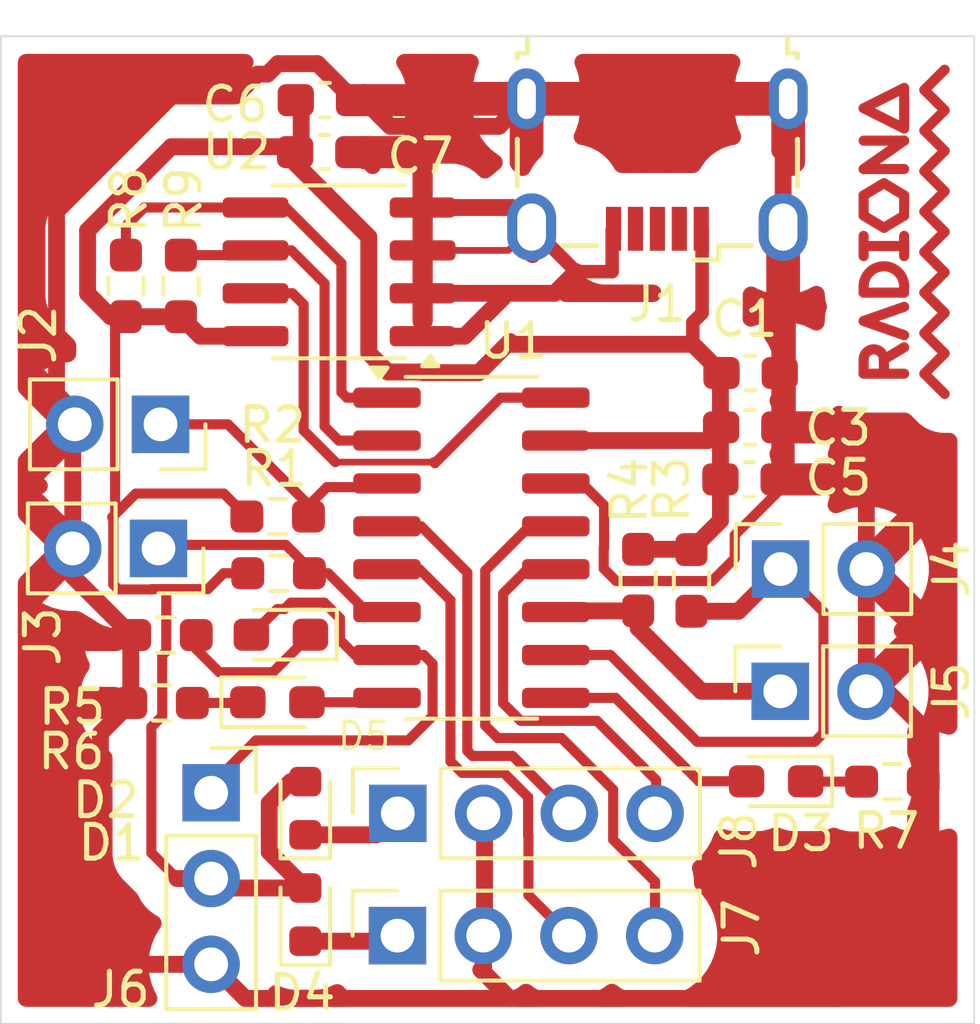
<source format=kicad_pcb>
(kicad_pcb (version 20241229) (generator "pcbnew") (generator_version "9.0")
  (layers (0 "F.Cu" signal) (2 "B.Cu" signal) (13 "F.Paste" user) (15 "B.Paste" user) (5 "F.SilkS" user "F.Silkscreen") (7 "B.SilkS" user "B.Silkscreen") (1 "F.Mask" user) (3 "B.Mask" user) (25 "Edge.Cuts" user))
  (net 0 "")
  (net 1 "VCC")
  (net 2 "GND")
  (net 3 "Net-(D1-K)")
  (net 4 "/SWDIO")
  (net 5 "Net-(D2-A)")
  (net 6 "Net-(D2-K)")
  (net 7 "Net-(D3-A)")
  (net 8 "Net-(D3-K)")
  (net 9 "Net-(D4-K)")
  (net 10 "Net-(D5-K)")
  (net 14 "/BTN1")
  (net 15 "/BTN2")
  (net 16 "/BTN3")
  (net 17 "/BTN4")
  (net 18 "/A1")
  (net 19 "/PWM1")
  (net 20 "/A2")
  (net 21 "/PWM2")
  (net 22 "/SDA")
  (net 23 "/SCL")
  (net 24 "/WC")
  (footprint "radiona:radiona" (layer "F.Cu") (at 163.63 102.97 90)
    (property "Reference" "radiona" (hide yes))
    (property "Value" "radiona" (hide yes))
    (fp_line (start 3.66 -0.2) (end 4.26 1) (stroke (width 0.3)) (layer "F.Cu"))
    (fp_line (start 1.86 -0.2) (end 2.7 1) (stroke (width 0.3)) (layer "F.Cu"))
    (fp_line (start 1.08 -0.2) (end 0.48 -0.2) (stroke (width 0.3)) (layer "F.Cu"))
    (fp_line (start 1.08 -0.2) (end 1.44 0.4) (stroke (width 0.3)) (layer "F.Cu"))
    (fp_line (start -0.42 -0.2) (end -0.42 1) (stroke (width 0.3)) (layer "F.Cu"))
    (fp_line (start -0.72 -0.2) (end -0.12 -0.2) (stroke (width 0.3)) (layer "F.Cu"))
    (fp_line (start -1.8 -0.2) (end -1.62 -0.2) (stroke (width 0.3)) (layer "F.Cu"))
    (fp_line (start -2.64 -0.2) (end -2.22 1) (stroke (width 0.3)) (layer "F.Cu"))
    (fp_line (start -4.2 -0.2) (end -3.78 -0.2) (stroke (width 0.3)) (layer "F.Cu"))
    (fp_line (start 1.44 0.4) (end 1.08 1) (stroke (width 0.3)) (layer "F.Cu"))
    (fp_line (start 0.12 0.4) (end 0.48 -0.2) (stroke (width 0.3)) (layer "F.Cu"))
    (fp_line (start -3.78 0.4) (end -3.42 1) (stroke (width 0.3)) (layer "F.Cu"))
    (fp_line (start -4.2 0.4) (end -3.78 0.4) (stroke (width 0.3)) (layer "F.Cu"))
    (fp_line (start 4.26 1) (end 3.06 1) (stroke (width 0.3)) (layer "F.Cu"))
    (fp_line (start 3.06 1) (end 3.66 -0.2) (stroke (width 0.3)) (layer "F.Cu"))
    (fp_line (start 2.7 1) (end 2.7 -0.2) (stroke (width 0.3)) (layer "F.Cu"))
    (fp_line (start 1.86 1) (end 1.86 -0.2) (stroke (width 0.3)) (layer "F.Cu"))
    (fp_line (start 0.48 1) (end 0.12 0.4) (stroke (width 0.3)) (layer "F.Cu"))
    (fp_line (start 0.48 1) (end 1.08 1) (stroke (width 0.3)) (layer "F.Cu"))
    (fp_line (start -0.72 1) (end -0.12 1) (stroke (width 0.3)) (layer "F.Cu"))
    (fp_line (start -1.8 1) (end -1.8 -0.2) (stroke (width 0.3)) (layer "F.Cu"))
    (fp_line (start -1.8 1) (end -1.62 1) (stroke (width 0.3)) (layer "F.Cu"))
    (fp_line (start -3.06 1) (end -2.64 -0.2) (stroke (width 0.3)) (layer "F.Cu"))
    (fp_line (start -4.2 1) (end -4.2 -0.2) (stroke (width 0.3)) (layer "F.Cu"))
    (fp_line (start 4.2 1.6) (end 4.8 2.2) (stroke (width 0.3)) (layer "F.Cu"))
    (fp_line (start 3 1.6) (end 3.6 2.2) (stroke (width 0.3)) (layer "F.Cu"))
    (fp_line (start 1.8 1.6) (end 2.4 2.2) (stroke (width 0.3)) (layer "F.Cu"))
    (fp_line (start 0.6 1.6) (end 1.2 2.2) (stroke (width 0.3)) (layer "F.Cu"))
    (fp_line (start -0.6 1.6) (end 0 2.2) (stroke (width 0.3)) (layer "F.Cu"))
    (fp_line (start -1.8 1.6) (end -1.2 2.2) (stroke (width 0.3)) (layer "F.Cu"))
    (fp_line (start -3 1.6) (end -2.4 2.2) (stroke (width 0.3)) (layer "F.Cu"))
    (fp_line (start -4.2 1.6) (end -3.6 2.2) (stroke (width 0.3)) (layer "F.Cu"))
    (fp_line (start 3.6 2.2) (end 4.2 1.6) (stroke (width 0.3)) (layer "F.Cu"))
    (fp_line (start 2.4 2.2) (end 3 1.6) (stroke (width 0.3)) (layer "F.Cu"))
    (fp_line (start 1.2 2.2) (end 1.8 1.6) (stroke (width 0.3)) (layer "F.Cu"))
    (fp_line (start 0 2.2) (end 0.6 1.6) (stroke (width 0.3)) (layer "F.Cu"))
    (fp_line (start -1.2 2.2) (end -0.6 1.6) (stroke (width 0.3)) (layer "F.Cu"))
    (fp_line (start -2.4 2.2) (end -1.8 1.6) (stroke (width 0.3)) (layer "F.Cu"))
    (fp_line (start -3.6 2.2) (end -3 1.6) (stroke (width 0.3)) (layer "F.Cu"))
    (fp_line (start -4.8 2.2) (end -4.2 1.6) (stroke (width 0.3)) (layer "F.Cu"))
    (fp_arc (start -1.62 -0.2) (mid -1.02 0.4) (end -1.62 1) (stroke (width 0.3)) (layer "F.Cu"))
    (fp_arc (start -3.78 -0.2) (mid -3.48 0.1) (end -3.78 0.4) (stroke (width 0.3)) (layer "F.Cu"))
  )
  (footprint "Capacitor_SMD:C_0603_1608Metric_Pad1.08x0.95mm_HandSolder" (layer "F.Cu") (at 147.47 99.07)
    (property "Reference" "C6" (at -2.65 0.13 0) (layer "F.SilkS"))
    (property "Value" "100n" (hide yes))
    (pad "1" smd roundrect (at -0.8625 0) (size 1.075 0.95) (layers "F.Cu" "F.Mask" "F.Paste") (net 1 "VCC"))
    (pad "2" smd roundrect (at 0.8625 0) (size 1.075 0.95) (layers "F.Cu" "F.Mask" "F.Paste") (net 2 "GND"))
  )
  (footprint "LED_SMD:LED_0603_1608Metric_Pad1.05x0.95mm_HandSolder" (layer "F.Cu") (at 146.165 114.9 180)
    (property "Reference" "D1" (at 5.015 -6.16 0) (layer "F.SilkS"))
    (property "Value" "LED" (hide yes))
    (pad "1" smd roundrect (at -0.875 0 180) (size 1.05 0.95) (layers "F.Cu" "F.Mask" "F.Paste") (net 3 "Net-(D1-K)"))
    (pad "2" smd roundrect (at 0.875 0 180) (size 1.05 0.95) (layers "F.Cu" "F.Mask" "F.Paste") (net 4 "/SWDIO"))
  )
  (footprint "Connector_PinSocket_2.54mm:PinSocket_1x03_P2.54mm_Vertical" (layer "F.Cu") (at 144.1 119.58)
    (property "Reference" "J6" (at -2.68 5.83 0) (layer "F.SilkS"))
    (property "Value" "SWDIO" (hide yes))
    (pad "1" thru_hole rect (at 0 0) (size 1.7 1.7) (drill 1) (layers "*.Cu" "*.Mask") (net 4 "/SWDIO"))
    (pad "2" thru_hole circle (at 0 2.54) (size 1.7 1.7) (drill 1) (layers "*.Cu" "*.Mask") (net 1 "VCC"))
    (pad "3" thru_hole circle (at 0 5.08) (size 1.7 1.7) (drill 1) (layers "*.Cu" "*.Mask") (net 2 "GND"))
  )
  (footprint "Resistor_SMD:R_0603_1608Metric_Pad0.98x0.95mm_HandSolder" (layer "F.Cu") (at 156.75 113.2825 -90)
    (property "Reference" "R4" (at -2.6525 0.26 90) (layer "F.SilkS"))
    (property "Value" "10K" (hide yes))
    (pad "1" smd roundrect (at -0.9125 0 270) (size 0.975 0.95) (layers "F.Cu" "F.Mask" "F.Paste") (net 1 "VCC"))
    (pad "2" smd roundrect (at 0.9125 0 270) (size 0.975 0.95) (layers "F.Cu" "F.Mask" "F.Paste") (net 17 "/BTN4"))
  )
  (footprint "Capacitor_SMD:C_0603_1608Metric_Pad1.08x0.95mm_HandSolder" (layer "F.Cu") (at 160.05 110.3)
    (property "Reference" "C5" (at 2.63 -0.05 0) (layer "F.SilkS"))
    (property "Value" "10u" (hide yes))
    (pad "1" smd roundrect (at -0.8625 0) (size 1.075 0.95) (layers "F.Cu" "F.Mask" "F.Paste") (net 1 "VCC"))
    (pad "2" smd roundrect (at 0.8625 0) (size 1.075 0.95) (layers "F.Cu" "F.Mask" "F.Paste") (net 2 "GND"))
  )
  (footprint "Resistor_SMD:R_0603_1608Metric_Pad0.98x0.95mm_HandSolder" (layer "F.Cu") (at 143.205 104.5725 90)
    (property "Reference" "R9" (at 2.5425 0.085 90) (layer "F.SilkS"))
    (property "Value" "10K" (hide yes))
    (pad "1" smd roundrect (at -0.9125 0 90) (size 0.975 0.95) (layers "F.Cu" "F.Mask" "F.Paste") (net 1 "VCC"))
    (pad "2" smd roundrect (at 0.9125 0 90) (size 0.975 0.95) (layers "F.Cu" "F.Mask" "F.Paste") (net 23 "/SCL"))
  )
  (footprint "Capacitor_SMD:C_0603_1608Metric_Pad1.08x0.95mm_HandSolder" (layer "F.Cu") (at 160.0825 107.15)
    (property "Reference" "C1" (at -0.1825 -1.6 0) (layer "F.SilkS"))
    (property "Value" "100n" (hide yes))
    (pad "1" smd roundrect (at -0.8625 0) (size 1.075 0.95) (layers "F.Cu" "F.Mask" "F.Paste") (net 1 "VCC"))
    (pad "2" smd roundrect (at 0.8625 0) (size 1.075 0.95) (layers "F.Cu" "F.Mask" "F.Paste") (net 2 "GND"))
  )
  (footprint "Connector_PinSocket_2.54mm:PinSocket_1x04_P2.54mm_Vertical" (layer "F.Cu") (at 149.62 123.81 90)
    (property "Reference" "J7" (at 0.23 10.19 90) (layer "F.SilkS"))
    (property "Value" "SERVO1" (hide yes))
    (pad "1" thru_hole rect (at 0 0 90) (size 1.7 1.7) (drill 1) (layers "*.Cu" "*.Mask") (net 9 "Net-(D4-K)"))
    (pad "2" thru_hole circle (at 0 2.54 90) (size 1.7 1.7) (drill 1) (layers "*.Cu" "*.Mask") (net 2 "GND"))
    (pad "3" thru_hole circle (at 0 5.08 90) (size 1.7 1.7) (drill 1) (layers "*.Cu" "*.Mask") (net 19 "/PWM1"))
    (pad "4" thru_hole circle (at 0 7.62 90) (size 1.7 1.7) (drill 1) (layers "*.Cu" "*.Mask") (net 18 "/A1"))
  )
  (footprint "Connector_PinSocket_2.54mm:PinSocket_1x02_P2.54mm_Vertical" (layer "F.Cu") (at 160.96 116.575 90)
    (property "Reference" "J5" (at 0 5.07 90) (layer "F.SilkS"))
    (property "Value" "BTN4" (hide yes))
    (pad "1" thru_hole rect (at 0 0 90) (size 1.7 1.7) (drill 1) (layers "*.Cu" "*.Mask") (net 17 "/BTN4"))
    (pad "2" thru_hole circle (at 0 2.54 90) (size 1.7 1.7) (drill 1) (layers "*.Cu" "*.Mask") (net 2 "GND"))
  )
  (footprint "Resistor_SMD:R_0603_1608Metric_Pad0.98x0.95mm_HandSolder" (layer "F.Cu") (at 164.2825 119.25)
    (property "Reference" "R7" (at -0.1825 1.46 0) (layer "F.SilkS"))
    (property "Value" "200" (hide yes))
    (pad "1" smd roundrect (at -0.9125 0) (size 0.975 0.95) (layers "F.Cu" "F.Mask" "F.Paste") (net 8 "Net-(D3-K)"))
    (pad "2" smd roundrect (at 0.9125 0) (size 0.975 0.95) (layers "F.Cu" "F.Mask" "F.Paste") (net 2 "GND"))
  )
  (footprint "Connector_PinSocket_2.54mm:PinSocket_1x02_P2.54mm_Vertical" (layer "F.Cu") (at 142.54 112.345 -90)
    (property "Reference" "J3" (at 2.605 3.43 90) (layer "F.SilkS"))
    (property "Value" "BTN2" (hide yes))
    (pad "1" thru_hole rect (at 0 0 270) (size 1.7 1.7) (drill 1) (layers "*.Cu" "*.Mask") (net 15 "/BTN2"))
    (pad "2" thru_hole circle (at 0 2.54 270) (size 1.7 1.7) (drill 1) (layers "*.Cu" "*.Mask") (net 2 "GND"))
  )
  (footprint "Resistor_SMD:R_0603_1608Metric_Pad0.98x0.95mm_HandSolder" (layer "F.Cu") (at 142.63 116.92 180)
    (property "Reference" "R6" (at 2.67 -1.44 0) (layer "F.SilkS"))
    (property "Value" "200" (hide yes))
    (pad "1" smd roundrect (at -0.9125 0 180) (size 0.975 0.95) (layers "F.Cu" "F.Mask" "F.Paste") (net 6 "Net-(D2-K)"))
    (pad "2" smd roundrect (at 0.9125 0 180) (size 0.975 0.95) (layers "F.Cu" "F.Mask" "F.Paste") (net 2 "GND"))
  )
  (footprint "Connector_PinSocket_2.54mm:PinSocket_1x02_P2.54mm_Vertical" (layer "F.Cu") (at 142.6 108.67 -90)
    (property "Reference" "J2" (at -2.65 3.62 90) (layer "F.SilkS"))
    (property "Value" "BTN1" (hide yes))
    (pad "1" thru_hole rect (at 0 0 270) (size 1.7 1.7) (drill 1) (layers "*.Cu" "*.Mask") (net 14 "/BTN1"))
    (pad "2" thru_hole circle (at 0 2.54 270) (size 1.7 1.7) (drill 1) (layers "*.Cu" "*.Mask") (net 2 "GND"))
  )
  (footprint "Resistor_SMD:R_0603_1608Metric_Pad0.98x0.95mm_HandSolder" (layer "F.Cu") (at 146.0975 113.08)
    (property "Reference" "R1" (at -0.1275 -3.09 0) (layer "F.SilkS"))
    (property "Value" "10K" (hide yes))
    (pad "1" smd roundrect (at -0.9125 0) (size 0.975 0.95) (layers "F.Cu" "F.Mask" "F.Paste") (net 1 "VCC"))
    (pad "2" smd roundrect (at 0.9125 0) (size 0.975 0.95) (layers "F.Cu" "F.Mask" "F.Paste") (net 15 "/BTN2"))
  )
  (footprint "LED_SMD:LED_0603_1608Metric_Pad1.05x0.95mm_HandSolder" (layer "F.Cu") (at 146.0625 116.9)
    (property "Reference" "D2" (at -5.0825 2.9 0) (layer "F.SilkS"))
    (property "Value" "LED" (hide yes))
    (pad "1" smd roundrect (at -0.875 0) (size 1.05 0.95) (layers "F.Cu" "F.Mask" "F.Paste") (net 6 "Net-(D2-K)"))
    (pad "2" smd roundrect (at 0.875 0) (size 1.05 0.95) (layers "F.Cu" "F.Mask" "F.Paste") (net 5 "Net-(D2-A)"))
  )
  (footprint "Resistor_SMD:R_0603_1608Metric_Pad0.98x0.95mm_HandSolder" (layer "F.Cu") (at 158.33 113.2925 -90)
    (property "Reference" "R3" (at -2.6925 0.59 90) (layer "F.SilkS"))
    (property "Value" "10K" (hide yes))
    (pad "1" smd roundrect (at -0.9125 0 270) (size 0.975 0.95) (layers "F.Cu" "F.Mask" "F.Paste") (net 1 "VCC"))
    (pad "2" smd roundrect (at 0.9125 0 270) (size 0.975 0.95) (layers "F.Cu" "F.Mask" "F.Paste") (net 16 "/BTN3"))
  )
  (footprint "Resistor_SMD:R_0603_1608Metric_Pad0.98x0.95mm_HandSolder" (layer "F.Cu") (at 142.7475 114.91 180)
    (property "Reference" "R5" (at 2.7675 -2.13 0) (layer "F.SilkS"))
    (property "Value" "200" (hide yes))
    (pad "1" smd roundrect (at -0.9125 0 180) (size 0.975 0.95) (layers "F.Cu" "F.Mask" "F.Paste") (net 3 "Net-(D1-K)"))
    (pad "2" smd roundrect (at 0.9125 0 180) (size 0.975 0.95) (layers "F.Cu" "F.Mask" "F.Paste") (net 2 "GND"))
  )
  (footprint "LED_SMD:LED_0603_1608Metric_Pad1.05x0.95mm_HandSolder" (layer "F.Cu") (at 160.8375 119.24 180)
    (property "Reference" "D3" (at -0.7325 -1.54 0) (layer "F.SilkS"))
    (property "Value" "LED" (hide yes))
    (pad "1" smd roundrect (at -0.875 0 180) (size 1.05 0.95) (layers "F.Cu" "F.Mask" "F.Paste") (net 8 "Net-(D3-K)"))
    (pad "2" smd roundrect (at 0.875 0 180) (size 1.05 0.95) (layers "F.Cu" "F.Mask" "F.Paste") (net 7 "Net-(D3-A)"))
  )
  (footprint "Resistor_SMD:R_0603_1608Metric_Pad0.98x0.95mm_HandSolder" (layer "F.Cu") (at 146.07 111.4)
    (property "Reference" "R2" (at -0.16 -2.71 0) (layer "F.SilkS"))
    (property "Value" "10K" (hide yes))
    (pad "1" smd roundrect (at -0.9125 0) (size 0.975 0.95) (layers "F.Cu" "F.Mask" "F.Paste") (net 1 "VCC"))
    (pad "2" smd roundrect (at 0.9125 0) (size 0.975 0.95) (layers "F.Cu" "F.Mask" "F.Paste") (net 14 "/BTN1"))
  )
  (footprint "Connector_PinSocket_2.54mm:PinSocket_1x02_P2.54mm_Vertical" (layer "F.Cu") (at 160.97 112.955 90)
    (property "Reference" "J4" (at 0 5.07 90) (layer "F.SilkS"))
    (property "Value" "BTN3" (hide yes))
    (pad "1" thru_hole rect (at 0 0 90) (size 1.7 1.7) (drill 1) (layers "*.Cu" "*.Mask") (net 16 "/BTN3"))
    (pad "2" thru_hole circle (at 0 2.54 90) (size 1.7 1.7) (drill 1) (layers "*.Cu" "*.Mask") (net 2 "GND"))
  )
  (footprint "Connector_USB:USB_Micro-B_Wuerth_629105150521" (layer "F.Cu") (at 157.32 100.98 180)
    (property "Reference" "J1" (at 0.005 -4.13 0) (layer "F.SilkS"))
    (property "Value" "USB_B_Micro" (hide yes))
    (pad "" np_thru_hole oval (at -2.5 -0.8 180) (size 0.8 0.8) (drill 0.8) (layers "*.Cu" "*.Mask"))
    (pad "" np_thru_hole oval (at 2.5 -0.8 180) (size 0.8 0.8) (drill 0.8) (layers "*.Cu" "*.Mask"))
    (pad "1" smd rect (at -1.3 -1.9 180) (size 0.45 1.3) (layers "F.Cu" "F.Mask" "F.Paste") (net 1 "VCC"))
    (pad "2" smd rect (at -0.65 -1.9 180) (size 0.45 1.3) (layers "F.Cu" "F.Mask" "F.Paste"))
    (pad "3" smd rect (at 0 -1.9 180) (size 0.45 1.3) (layers "F.Cu" "F.Mask" "F.Paste"))
    (pad "4" smd rect (at 0.65 -1.9 180) (size 0.45 1.3) (layers "F.Cu" "F.Mask" "F.Paste"))
    (pad "5" smd rect (at 1.3 -1.9 180) (size 0.45 1.3) (layers "F.Cu" "F.Mask" "F.Paste") (net 2 "GND"))
    (pad "6" thru_hole oval (at -3.875 1.95 180) (size 1.15 1.8) (drill oval 0.55 1.2) (property pad_prop_heatsink) (layers "*.Cu" "*.Mask") (net 2 "GND"))
    (pad "6" thru_hole oval (at -3.725 -1.85 180) (size 1.45 2) (drill oval 0.85 1.4) (property pad_prop_heatsink) (layers "*.Cu" "*.Mask") (net 2 "GND"))
    (pad "6" thru_hole oval (at 3.725 -1.85 180) (size 1.45 2) (drill oval 0.85 1.4) (property pad_prop_heatsink) (layers "*.Cu" "*.Mask") (net 2 "GND"))
    (pad "6" thru_hole oval (at 3.875 1.95 180) (size 1.15 1.8) (drill oval 0.55 1.2) (property pad_prop_heatsink) (layers "*.Cu" "*.Mask") (net 2 "GND"))
  )
  (footprint "Resistor_SMD:R_0603_1608Metric_Pad0.98x0.95mm_HandSolder" (layer "F.Cu") (at 141.575 104.57 90)
    (property "Reference" "R8" (at 2.54 0.085 90) (layer "F.SilkS"))
    (property "Value" "10K" (hide yes))
    (pad "1" smd roundrect (at -0.9125 0 90) (size 0.975 0.95) (layers "F.Cu" "F.Mask" "F.Paste") (net 1 "VCC"))
    (pad "2" smd roundrect (at 0.9125 0 90) (size 0.975 0.95) (layers "F.Cu" "F.Mask" "F.Paste") (net 22 "/SDA"))
  )
  (footprint "Capacitor_SMD:C_0603_1608Metric_Pad1.08x0.95mm_HandSolder" (layer "F.Cu") (at 160.07 108.76)
    (property "Reference" "C3" (at 2.6 0.01 0) (layer "F.SilkS"))
    (property "Value" "10nF" (hide yes))
    (pad "1" smd roundrect (at -0.8625 0) (size 1.075 0.95) (layers "F.Cu" "F.Mask" "F.Paste") (net 1 "VCC"))
    (pad "2" smd roundrect (at 0.8625 0) (size 1.075 0.95) (layers "F.Cu" "F.Mask" "F.Paste") (net 2 "GND"))
  )
  (footprint "Package_SO:SOIC-8_3.9x4.9mm_P1.27mm" (layer "F.Cu") (at 147.89 104.155 180)
    (property "Reference" "U2" (at 3.04 3.555 0) (layer "F.SilkS"))
    (property "Value" "M24C01-RMN" (hide yes))
    (pad "1" smd roundrect (at -2.475 -1.905 180) (size 1.95 0.6) (layers "F.Cu" "F.Mask" "F.Paste") (net 2 "GND"))
    (pad "2" smd roundrect (at -2.475 -0.635 180) (size 1.95 0.6) (layers "F.Cu" "F.Mask" "F.Paste") (net 2 "GND"))
    (pad "3" smd roundrect (at -2.475 0.635 180) (size 1.95 0.6) (layers "F.Cu" "F.Mask" "F.Paste") (net 2 "GND"))
    (pad "4" smd roundrect (at -2.475 1.905 180) (size 1.95 0.6) (layers "F.Cu" "F.Mask" "F.Paste") (net 2 "GND"))
    (pad "5" smd roundrect (at 2.475 1.905 180) (size 1.95 0.6) (layers "F.Cu" "F.Mask" "F.Paste") (net 22 "/SDA"))
    (pad "6" smd roundrect (at 2.475 0.635 180) (size 1.95 0.6) (layers "F.Cu" "F.Mask" "F.Paste") (net 23 "/SCL"))
    (pad "7" smd roundrect (at 2.475 -0.635 180) (size 1.95 0.6) (layers "F.Cu" "F.Mask" "F.Paste") (net 24 "/WC"))
    (pad "8" smd roundrect (at 2.475 -1.905 180) (size 1.95 0.6) (layers "F.Cu" "F.Mask" "F.Paste") (net 1 "VCC"))
  )
  (footprint "Diode_SMD:D_0603_1608Metric" (layer "F.Cu") (at 146.89 123.1875 90)
    (property "Reference" "D4" (at -2.3125 -0.09 180) (layer "F.SilkS"))
    (property "Value" "D_Shockley" (hide yes))
    (pad "1" smd roundrect (at -0.7875 0 90) (size 0.875 0.95) (layers "F.Cu" "F.Mask" "F.Paste") (net 9 "Net-(D4-K)"))
    (pad "2" smd roundrect (at 0.7875 0 90) (size 0.875 0.95) (layers "F.Cu" "F.Mask" "F.Paste") (net 1 "VCC"))
  )
  (footprint "Capacitor_SMD:C_0603_1608Metric_Pad1.08x0.95mm_HandSolder" (layer "F.Cu") (at 147.45 100.61)
    (property "Reference" "C7" (at 2.85 0.12 0) (layer "F.SilkS"))
    (property "Value" "10nF" (hide yes))
    (pad "1" smd roundrect (at -0.8625 0) (size 1.075 0.95) (layers "F.Cu" "F.Mask" "F.Paste") (net 1 "VCC"))
    (pad "2" smd roundrect (at 0.8625 0) (size 1.075 0.95) (layers "F.Cu" "F.Mask" "F.Paste") (net 2 "GND"))
  )
  (footprint "Connector_PinSocket_2.54mm:PinSocket_1x04_P2.54mm_Vertical" (layer "F.Cu") (at 149.63 120.19 90)
    (property "Reference" "J8" (at -0.81 10.1 90) (layer "F.SilkS"))
    (property "Value" "SERVO2" (hide yes))
    (pad "1" thru_hole rect (at 0 0 90) (size 1.7 1.7) (drill 1) (layers "*.Cu" "*.Mask") (net 10 "Net-(D5-K)"))
    (pad "2" thru_hole circle (at 0 2.54 90) (size 1.7 1.7) (drill 1) (layers "*.Cu" "*.Mask") (net 2 "GND"))
    (pad "3" thru_hole circle (at 0 5.08 90) (size 1.7 1.7) (drill 1) (layers "*.Cu" "*.Mask") (net 21 "/PWM2"))
    (pad "4" thru_hole circle (at 0 7.62 90) (size 1.7 1.7) (drill 1) (layers "*.Cu" "*.Mask") (net 20 "/A2"))
  )
  (footprint "Package_SO:SOP-16_3.9x9.9mm_P1.27mm" (layer "F.Cu") (at 151.81 112.325)
    (property "Reference" "U1" (at 1.23 -6.125 0) (layer "F.SilkS"))
    (property "Value" "CH32V003AxMx" (hide yes))
    (pad "1" smd roundrect (at -2.5 -4.445) (size 2 0.6) (layers "F.Cu" "F.Mask" "F.Paste") (net 22 "/SDA"))
    (pad "2" smd roundrect (at -2.5 -3.175) (size 2 0.6) (layers "F.Cu" "F.Mask" "F.Paste") (net 23 "/SCL"))
    (pad "3" smd roundrect (at -2.5 -1.905) (size 2 0.6) (layers "F.Cu" "F.Mask" "F.Paste") (net 14 "/BTN1"))
    (pad "4" smd roundrect (at -2.5 -0.635) (size 2 0.6) (layers "F.Cu" "F.Mask" "F.Paste") (net 21 "/PWM2"))
    (pad "5" smd roundrect (at -2.5 0.635) (size 2 0.6) (layers "F.Cu" "F.Mask" "F.Paste") (net 19 "/PWM1"))
    (pad "6" smd roundrect (at -2.5 1.905) (size 2 0.6) (layers "F.Cu" "F.Mask" "F.Paste") (net 15 "/BTN2"))
    (pad "7" smd roundrect (at -2.5 3.175) (size 2 0.6) (layers "F.Cu" "F.Mask" "F.Paste") (net 4 "/SWDIO"))
    (pad "8" smd roundrect (at -2.5 4.445) (size 2 0.6) (layers "F.Cu" "F.Mask" "F.Paste") (net 5 "Net-(D2-A)"))
    (pad "9" smd roundrect (at 2.5 4.445) (size 2 0.6) (layers "F.Cu" "F.Mask" "F.Paste") (net 7 "Net-(D3-A)"))
    (pad "10" smd roundrect (at 2.5 3.175) (size 2 0.6) (layers "F.Cu" "F.Mask" "F.Paste") (net 16 "/BTN3"))
    (pad "11" smd roundrect (at 2.5 1.905) (size 2 0.6) (layers "F.Cu" "F.Mask" "F.Paste") (net 17 "/BTN4"))
    (pad "12" smd roundrect (at 2.5 0.635) (size 2 0.6) (layers "F.Cu" "F.Mask" "F.Paste") (net 20 "/A2"))
    (pad "13" smd roundrect (at 2.5 -0.635) (size 2 0.6) (layers "F.Cu" "F.Mask" "F.Paste") (net 18 "/A1"))
    (pad "14" smd roundrect (at 2.5 -1.905) (size 2 0.6) (layers "F.Cu" "F.Mask" "F.Paste") (net 2 "GND"))
    (pad "15" smd roundrect (at 2.5 -3.175) (size 2 0.6) (layers "F.Cu" "F.Mask" "F.Paste") (net 1 "VCC"))
    (pad "16" smd roundrect (at 2.5 -4.445) (size 2 0.6) (layers "F.Cu" "F.Mask" "F.Paste") (net 24 "/WC"))
  )
  (footprint "Diode_SMD:D_0603_1608Metric" (layer "F.Cu") (at 146.89 120.0375 90)
    (property "Reference" "D5" (at 2.1375 1.74 180) (layer "F.SilkS") (effects (font (size 0.8 0.8) (thickness 0.1))))
    (property "Value" "D_Shockley" (hide yes))
    (pad "1" smd roundrect (at -0.7875 0 90) (size 0.875 0.95) (layers "F.Cu" "F.Mask" "F.Paste") (net 10 "Net-(D5-K)"))
    (pad "2" smd roundrect (at 0.7875 0 90) (size 0.875 0.95) (layers "F.Cu" "F.Mask" "F.Paste") (net 1 "VCC"))
  )
  (gr_rect (start 137.87 97.18) (end 166.71 126.42) (stroke (width 0.05)) (fill no) (layer "Edge.Cuts"))
  (segment (start 141.2 113.41) (end 141.2 111.45) (width 0.3) (layer "F.Cu") (net 1))
  (segment (start 144 113.55) (end 142.77 113.55) (width 0.3) (layer "F.Cu") (net 1))
  (segment (start 145.415 106.06) (end 143.78 106.06) (width 0.5) (layer "F.Cu") (net 1))
  (segment (start 143.205 105.485) (end 141.5775 105.485) (width 0.5) (layer "F.Cu") (net 1))
  (segment (start 146.7675 98.93) (end 146.7675 100.28) (width 0.5) (layer "F.Cu") (net 1))
  (segment (start 146.89 122.4) (end 144.38 122.4) (width 0.5) (layer "F.Cu") (net 1))
  (segment (start 158.645 105.375) (end 158.37 105.65) (width 0.4) (layer "F.Cu") (net 1))
  (segment (start 141.35 113.56) (end 141.2 113.41) (width 0.3) (layer "F.Cu") (net 1))
  (segment (start 142.92 100.45) (end 146.4275 100.45) (width 0.5) (layer "F.Cu") (net 1))
  (segment (start 150.36 107.12) (end 149.33 107.12) (width 0.5) (layer "F.Cu") (net 1))
  (segment (start 146.5975 100.9475) (end 146.5975 100.62) (width 0.5) (layer "F.Cu") (net 1))
  (segment (start 144.38 122.4) (end 144.1 122.12) (width 0.5) (layer "F.Cu") (net 1))
  (segment (start 145.82 121.33) (end 146.89 122.4) (width 0.5) (layer "F.Cu") (net 1))
  (segment (start 142.77 115.39) (end 142.77 113.55) (width 0.3) (layer "F.Cu") (net 1))
  (segment (start 150.38 107.14) (end 150.36 107.12) (width 0.5) (layer "F.Cu") (net 1))
  (segment (start 141.2 111.45) (end 141.17 111.42) (width 0.3) (layer "F.Cu") (net 1))
  (segment (start 142.34 113.56) (end 141.35 113.56) (width 0.3) (layer "F.Cu") (net 1))
  (segment (start 144.47 113.08) (end 144 113.55) (width 0.3) (layer "F.Cu") (net 1))
  (segment (start 144.4775 110.72) (end 145.1575 111.4) (width 0.3) (layer "F.Cu") (net 1))
  (segment (start 141.575 105.4825) (end 141.1225 105.4825) (width 0.5) (layer "F.Cu") (net 1))
  (segment (start 148.77 103.12) (end 146.5975 100.9475) (width 0.5) (layer "F.Cu") (net 1))
  (segment (start 159.1875 107.1825) (end 159.22 107.15) (width 0.5) (layer "F.Cu") (net 1))
  (segment (start 148.77 106.56) (end 148.77 103.12) (width 0.5) (layer "F.Cu") (net 1))
  (segment (start 141.255 105.8025) (end 141.575 105.4825) (width 0.3) (layer "F.Cu") (net 1))
  (segment (start 153.03 106.3) (end 152.95 106.22) (width 0.5) (layer "F.Cu") (net 1))
  (segment (start 159.1875 110.3) (end 159.1875 107.1825) (width 0.5) (layer "F.Cu") (net 1))
  (segment (start 142.65 115.51) (end 142.77 115.39) (width 0.3) (layer "F.Cu") (net 1))
  (segment (start 146.46 119.25) (end 145.82 119.89) (width 0.5) (layer "F.Cu") (net 1))
  (segment (start 152.03 107.14) (end 150.38 107.14) (width 0.5) (layer "F.Cu") (net 1))
  (segment (start 159.22 107.15) (end 158.37 106.3) (width 0.5) (layer "F.Cu") (net 1))
  (segment (start 149.33 107.12) (end 148.77 106.56) (width 0.5) (layer "F.Cu") (net 1))
  (segment (start 158.645 102.905) (end 158.62 102.88) (width 0.4) (layer "F.Cu") (net 1))
  (segment (start 158.37 105.65) (end 158.37 106.3) (width 0.4) (layer "F.Cu") (net 1))
  (segment (start 141.1225 105.4825) (end 140.44 104.8) (width 0.5) (layer "F.Cu") (net 1))
  (segment (start 142.33 117.632432) (end 142.65 117.312432) (width 0.3) (layer "F.Cu") (net 1))
  (segment (start 143.78 106.06) (end 143.205 105.485) (width 0.5) (layer "F.Cu") (net 1))
  (segment (start 142.33 121.36) (end 142.33 117.632432) (width 0.3) (layer "F.Cu") (net 1))
  (segment (start 141.17 111.42) (end 141.255 111.335) (width 0.3) (layer "F.Cu") (net 1))
  (segment (start 158.37 106.3) (end 153.03 106.3) (width 0.5) (layer "F.Cu") (net 1))
  (segment (start 145.82 119.89) (end 145.82 121.33) (width 0.5) (layer "F.Cu") (net 1))
  (segment (start 142.65 117.312432) (end 142.65 115.51) (width 0.3) (layer "F.Cu") (net 1))
  (segment (start 152.95 106.22) (end 152.03 107.14) (width 0.5) (layer "F.Cu") (net 1))
  (segment (start 140.44 104.8) (end 140.44 102.93) (width 0.5) (layer "F.Cu") (net 1))
  (segment (start 146.5875 100.46) (end 146.5875 100.61) (width 0.5) (layer "F.Cu") (net 1))
  (segment (start 146.5975 100.62) (end 146.5875 100.61) (width 0.5) (layer "F.Cu") (net 1))
  (segment (start 158.32 112.37) (end 158.33 112.38) (width 0.5) (layer "F.Cu") (net 1))
  (segment (start 159.1875 110.3) (end 159.1875 111.5225) (width 0.5) (layer "F.Cu") (net 1))
  (segment (start 159.1875 111.5225) (end 158.33 112.38) (width 0.5) (layer "F.Cu") (net 1))
  (segment (start 158.8175 109.15) (end 159.2075 108.76) (width 0.5) (layer "F.Cu") (net 1))
  (segment (start 144.1 122.12) (end 143.09 122.12) (width 0.5) (layer "F.Cu") (net 1))
  (segment (start 146.7675 100.28) (end 146.5875 100.46) (width 0.5) (layer "F.Cu") (net 1))
  (segment (start 141.255 111.335) (end 141.255 105.8025) (width 0.3) (layer "F.Cu") (net 1))
  (segment (start 145.185 113.08) (end 144.47 113.08) (width 0.3) (layer "F.Cu") (net 1))
  (segment (start 154.31 109.15) (end 158.8175 109.15) (width 0.5) (layer "F.Cu") (net 1))
  (segment (start 141.5775 105.485) (end 141.575 105.4825) (width 0.5) (layer "F.Cu") (net 1))
  (segment (start 142.35 113.55) (end 142.34 113.56) (width 0.3) (layer "F.Cu") (net 1))
  (segment (start 142.77 113.55) (end 142.35 113.55) (width 0.3) (layer "F.Cu") (net 1))
  (segment (start 146.89 119.25) (end 146.46 119.25) (width 0.5) (layer "F.Cu") (net 1))
  (segment (start 158.645 105.375) (end 158.645 102.905) (width 0.4) (layer "F.Cu") (net 1))
  (segment (start 143.09 122.12) (end 142.33 121.36) (width 0.3) (layer "F.Cu") (net 1))
  (segment (start 146.4275 100.45) (end 146.5875 100.61) (width 0.5) (layer "F.Cu") (net 1))
  (segment (start 140.44 102.93) (end 142.92 100.45) (width 0.5) (layer "F.Cu") (net 1))
  (segment (start 141.255 111.335) (end 141.87 110.72) (width 0.3) (layer "F.Cu") (net 1))
  (segment (start 156.75 112.37) (end 158.32 112.37) (width 0.5) (layer "F.Cu") (net 1))
  (segment (start 141.87 110.72) (end 144.4775 110.72) (width 0.3) (layer "F.Cu") (net 1))
  (segment (start 152.17 120.19) (end 152.2 120.22) (width 0.5) (layer "F.Cu") (net 2))
  (segment (start 153.015 102.25) (end 153.595 102.83) (width 0.5) (layer "F.Cu") (net 2))
  (segment (start 159.61 111.95) (end 160.9125 110.6475) (width 0.3) (layer "F.Cu") (net 2))
  (segment (start 146.08 97.99) (end 147.2525 97.99) (width 0.5) (layer "F.Cu") (net 2))
  (segment (start 164.145 116.595) (end 165.36 117.81) (width 0.5) (layer "F.Cu") (net 2))
  (segment (start 139.52 108.13) (end 139.52 102.36) (width 0.5) (layer "F.Cu") (net 2))
  (segment (start 152.74 104.93) (end 152.74 104.79) (width 0.5) (layer "F.Cu") (net 2))
  (segment (start 160.945 107.15) (end 160.945 110.2675) (width 0.5) (layer "F.Cu") (net 2))
  (segment (start 159.61 112.64) (end 159.61 111.95) (width 0.3) (layer "F.Cu") (net 2))
  (segment (start 152.63 99.845) (end 153.445 99.03) (width 0.5) (layer "F.Cu") (net 2))
  (segment (start 153.47 99.845) (end 153.62 99.995) (width 0.5) (layer "F.Cu") (net 2))
  (segment (start 160.945 102.93) (end 161.045 102.83) (width 0.5) (layer "F.Cu") (net 2))
  (segment (start 152.2 120.22) (end 152.2 123.515) (width 0.5) (layer "F.Cu") (net 2))
  (segment (start 147.2525 97.99) (end 148.3325 99.07) (width 0.5) (layer "F.Cu") (net 2))
  (segment (start 150.365 104.79) (end 152.74 104.79) (width 0.5) (layer "F.Cu") (net 2))
  (segment (start 145.77 98.3) (end 146.08 97.99) (width 0.5) (layer "F.Cu") (net 2))
  (segment (start 141.74 114.91) (end 140 113.17) (width 0.5) (layer "F.Cu") (net 2))
  (segment (start 155.73 112.35) (end 155.73 112.94) (width 0.3) (layer "F.Cu") (net 2))
  (segment (start 152.16 123.555) (end 152.16 123.81) (width 0.5) (layer "F.Cu") (net 2))
  (segment (start 151.61 106.06) (end 152.74 104.93) (width 0.5) (layer "F.Cu") (net 2))
  (segment (start 155.98 104.15) (end 154.915 104.15) (width 0.4) (layer "F.Cu") (net 2))
  (segment (start 152.94 125.67) (end 152.09 124.82) (width 0.5) (layer "F.Cu") (net 2))
  (segment (start 140 112.345) (end 140 108.73) (width 0.5) (layer "F.Cu") (net 2))
  (segment (start 155.09 110.42) (end 155.74 111.07) (width 0.3) (layer "F.Cu") (net 2))
  (segment (start 152.94 125.67) (end 145.11 125.67) (width 0.5) (layer "F.Cu") (net 2))
  (segment (start 152.17 123.82) (end 152.16 123.81) (width 0.5) (layer "F.Cu") (net 2))
  (segment (start 161.045 102.83) (end 161.045 99.18) (width 0.5) (layer "F.Cu") (net 2))
  (segment (start 149.4075 99.845) (end 152.63 99.845) (width 0.5) (layer "F.Cu") (net 2))
  (segment (start 156.1 113.31) (end 158.94 113.31) (width 0.3) (layer "F.Cu") (net 2))
  (segment (start 160.9125 110.6475) (end 160.9125 110.3) (width 0.3) (layer "F.Cu") (net 2))
  (segment (start 156.02 102.88) (end 155.98 102.92) (width 0.4) (layer "F.Cu") (net 2))
  (segment (start 143.09 98.79) (end 144.98 98.79) (width 0.5) (layer "F.Cu") (net 2))
  (segment (start 162.7 125.67) (end 152.94 125.67) (width 0.5) (layer "F.Cu") (net 2))
  (segment (start 155.98 102.92) (end 155.98 104.15) (width 0.4) (layer "F.Cu") (net 2))
  (segment (start 155.74 111.07) (end 155.74 112.34) (width 0.3) (layer "F.Cu") (net 2))
  (segment (start 148.3125 100.61) (end 148.4825 100.61) (width 0.5) (layer "F.Cu") (net 2))
  (segment (start 163.51 110.81) (end 163.51 112.965) (width 0.5) (layer "F.Cu") (net 2))
  (segment (start 160.945 103.77) (end 161.07 103.645) (width 0.5) (layer "F.Cu") (net 2))
  (segment (start 145.47 98.3) (end 145.77 98.3) (width 0.5) (layer "F.Cu") (net 2))
  (segment (start 152.2 123.515) (end 152.16 123.555) (width 0.5) (layer "F.Cu") (net 2))
  (segment (start 154.915 104.15) (end 153.595 102.83) (width 0.4) (layer "F.Cu") (net 2))
  (segment (start 152.74 104.79) (end 154.275 104.79) (width 0.5) (layer "F.Cu") (net 2))
  (segment (start 139.52 102.36) (end 143.09 98.79) (width 0.5) (layer "F.Cu") (net 2))
  (segment (start 152.905 103.52) (end 153.595 102.83) (width 0.2) (layer "F.Cu") (net 2))
  (segment (start 155.73 112.94) (end 156.1 113.31) (width 0.3) (layer "F.Cu") (net 2))
  (segment (start 141.7175 116.92) (end 141.7175 115.0275) (width 0.5) (layer "F.Cu") (net 2))
  (segment (start 155.74 112.34) (end 155.73 112.35) (width 0.3) (layer "F.Cu") (net 2))
  (segment (start 163.51 116.595) (end 164.145 116.595) (width 0.5) (layer "F.Cu") (net 2))
  (segment (start 152.09 124.82) (end 152.17 124.74) (width 0.5) (layer "F.Cu") (net 2))
  (segment (start 148.4925 98.93) (end 149.4075 99.845) (width 0.5) (layer "F.Cu") (net 2))
  (segment (start 163 110.3) (end 163.51 110.81) (width 0.5) (layer "F.Cu") (net 2))
  (segment (start 144.1 124.66) (end 141.86 124.66) (width 0.5) (layer "F.Cu") (net 2))
  (segment (start 141.7175 115.0275) (end 141.835 114.91) (width 0.5) (layer "F.Cu") (net 2))
  (segment (start 154.31 110.42) (end 155.09 110.42) (width 0.3) (layer "F.Cu") (net 2))
  (segment (start 154.275 104.79) (end 154.915 104.15) (width 0.5) (layer "F.Cu") (net 2))
  (segment (start 141.86 124.66) (end 140.82 123.62) (width 0.5) (layer "F.Cu") (net 2))
  (segment (start 140.82 123.62) (end 140.82 117.8175) (width 0.5) (layer "F.Cu") (net 2))
  (segment (start 161.045 99.18) (end 161.195 99.03) (width 0.5) (layer "F.Cu") (net 2))
  (segment (start 145.11 125.67) (end 144.1 124.66) (width 0.5) (layer "F.Cu") (net 2))
  (segment (start 161.07 103.645) (end 161.22 103.495) (width 0.5) (layer "F.Cu") (net 2))
  (segment (start 150.365 102.25) (end 153.015 102.25) (width 0.5) (layer "F.Cu") (net 2))
  (segment (start 153.495 103.52) (end 153.62 103.645) (width 0.5) (layer "F.Cu") (net 2))
  (segment (start 160.945 110.2675) (end 160.9125 110.3) (width 0.5) (layer "F.Cu") (net 2))
  (segment (start 158.94 113.31) (end 159.61 112.64) (width 0.3) (layer "F.Cu") (net 2))
  (segment (start 165.195 117.975) (end 165.195 119.25) (width 0.5) (layer "F.Cu") (net 2))
  (segment (start 165.195 119.25) (end 165.195 123.175) (width 0.5) (layer "F.Cu") (net 2))
  (segment (start 160.945 107.15) (end 160.945 102.93) (width 0.5) (layer "F.Cu") (net 2))
  (segment (start 150.365 103.52) (end 152.905 103.52) (width 0.2) (layer "F.Cu") (net 2))
  (segment (start 148.4825 100.61) (end 148.8825 101.01) (width 0.5) (layer "F.Cu") (net 2))
  (segment (start 163.51 112.965) (end 163.51 116.595) (width 0.5) (layer "F.Cu") (net 2))
  (segment (start 140.82 117.8175) (end 141.7175 116.92) (width 0.5) (layer "F.Cu") (net 2))
  (segment (start 140 113.17) (end 140 112.345) (width 0.5) (layer "F.Cu") (net 2))
  (segment (start 140 108.73) (end 140.06 108.67) (width 0.5) (layer "F.Cu") (net 2))
  (segment (start 165.36 117.81) (end 165.195 117.975) (width 0.5) (layer "F.Cu") (net 2))
  (segment (start 160.9125 110.3) (end 163 110.3) (width 0.5) (layer "F.Cu") (net 2))
  (segment (start 152.17 124.74) (end 152.17 123.82) (width 0.5) (layer "F.Cu") (net 2))
  (segment (start 144.98 98.79) (end 145.47 98.3) (width 0.5) (layer "F.Cu") (net 2))
  (segment (start 165.195 123.175) (end 162.7 125.67) (width 0.5) (layer "F.Cu") (net 2))
  (segment (start 150.365 106.06) (end 151.61 106.06) (width 0.5) (layer "F.Cu") (net 2))
  (segment (start 141.835 114.91) (end 141.74 114.91) (width 0.5) (layer "F.Cu") (net 2))
  (segment (start 140.06 108.67) (end 139.52 108.13) (width 0.5) (layer "F.Cu") (net 2))
  (segment (start 145.93 116.01) (end 147.04 114.9) (width 0.3) (layer "F.Cu") (net 3))
  (segment (start 143.66 114.91) (end 143.66 115.33) (width 0.3) (layer "F.Cu") (net 3))
  (segment (start 143.66 115.33) (end 144.34 116.01) (width 0.3) (layer "F.Cu") (net 3))
  (segment (start 144.34 116.01) (end 145.93 116.01) (width 0.3) (layer "F.Cu") (net 3))
  (segment (start 149.94 118.03) (end 150.66 117.31) (width 0.3) (layer "F.Cu") (net 4))
  (segment (start 147.915 115.055) (end 148.36 115.5) (width 0.3) (layer "F.Cu") (net 4))
  (segment (start 147.452432 113.95) (end 147.915 114.412568) (width 0.3) (layer "F.Cu") (net 4))
  (segment (start 150.66 117.31) (end 150.66 115.76) (width 0.3) (layer "F.Cu") (net 4))
  (segment (start 144.1 119.58) (end 144.1 119.36) (width 0.3) (layer "F.Cu") (net 4))
  (segment (start 145.29 114.9) (end 145.65 114.54) (width 0.3) (layer "F.Cu") (net 4))
  (segment (start 144.1 119.36) (end 145.43 118.03) (width 0.3) (layer "F.Cu") (net 4))
  (segment (start 145.43 118.03) (end 149.94 118.03) (width 0.3) (layer "F.Cu") (net 4))
  (segment (start 150.4 115.5) (end 149.31 115.5) (width 0.3) (layer "F.Cu") (net 4))
  (segment (start 146.06 114.14) (end 146.27 114.14) (width 0.3) (layer "F.Cu") (net 4))
  (segment (start 145.66 114.54) (end 146.06 114.14) (width 0.3) (layer "F.Cu") (net 4))
  (segment (start 145.65 114.54) (end 145.66 114.54) (width 0.3) (layer "F.Cu") (net 4))
  (segment (start 148.36 115.5) (end 149.31 115.5) (width 0.3) (layer "F.Cu") (net 4))
  (segment (start 150.66 115.76) (end 150.4 115.5) (width 0.3) (layer "F.Cu") (net 4))
  (segment (start 146.27 114.14) (end 146.46 113.95) (width 0.3) (layer "F.Cu") (net 4))
  (segment (start 146.46 113.95) (end 147.452432 113.95) (width 0.3) (layer "F.Cu") (net 4))
  (segment (start 147.915 114.412568) (end 147.915 115.055) (width 0.3) (layer "F.Cu") (net 4))
  (segment (start 149.18 116.9) (end 149.31 116.77) (width 0.3) (layer "F.Cu") (net 5))
  (segment (start 146.9375 116.9) (end 149.18 116.9) (width 0.3) (layer "F.Cu") (net 5))
  (segment (start 145.1675 116.92) (end 145.1875 116.9) (width 0.3) (layer "F.Cu") (net 6))
  (segment (start 143.5425 116.92) (end 145.1675 116.92) (width 0.3) (layer "F.Cu") (net 6))
  (segment (start 156.08 116.77) (end 154.31 116.77) (width 0.3) (layer "F.Cu") (net 7))
  (segment (start 159.9625 119.24) (end 158.55 119.24) (width 0.3) (layer "F.Cu") (net 7))
  (segment (start 158.55 119.24) (end 156.08 116.77) (width 0.3) (layer "F.Cu") (net 7))
  (segment (start 163.37 119.25) (end 161.7225 119.25) (width 0.3) (layer "F.Cu") (net 8))
  (segment (start 161.7225 119.25) (end 161.7125 119.24) (width 0.3) (layer "F.Cu") (net 8))
  (segment (start 146.89 123.975) (end 149.455 123.975) (width 0.5) (layer "F.Cu") (net 9))
  (segment (start 149.455 123.975) (end 149.62 123.81) (width 0.5) (layer "F.Cu") (net 9))
  (segment (start 148.995 120.825) (end 149.63 120.19) (width 0.5) (layer "F.Cu") (net 10))
  (segment (start 146.89 120.825) (end 148.995 120.825) (width 0.5) (layer "F.Cu") (net 10))
  (segment (start 146.9825 111.0775) (end 147.53 110.53) (width 0.3) (layer "F.Cu") (net 14))
  (segment (start 149.2 110.53) (end 149.31 110.42) (width 0.3) (layer "F.Cu") (net 14))
  (segment (start 144.6 108.67) (end 142.6 108.67) (width 0.3) (layer "F.Cu") (net 14))
  (segment (start 147.53 110.53) (end 149.2 110.53) (width 0.3) (layer "F.Cu") (net 14))
  (segment (start 146.9825 111.4) (end 146.9825 111.0525) (width 0.3) (layer "F.Cu") (net 14))
  (segment (start 146.9825 111.0525) (end 144.6 108.67) (width 0.3) (layer "F.Cu") (net 14))
  (segment (start 146.9825 111.4) (end 146.9825 111.0775) (width 0.3) (layer "F.Cu") (net 14))
  (segment (start 148.72 114.23) (end 149.31 114.23) (width 0.3) (layer "F.Cu") (net 15))
  (segment (start 147.01 113.08) (end 147.01 112.94) (width 0.3) (layer "F.Cu") (net 15))
  (segment (start 147.57 113.08) (end 148.72 114.23) (width 0.3) (layer "F.Cu") (net 15))
  (segment (start 142.645 112.24) (end 142.54 112.345) (width 0.3) (layer "F.Cu") (net 15))
  (segment (start 146.31 112.24) (end 142.645 112.24) (width 0.3) (layer "F.Cu") (net 15))
  (segment (start 147.01 112.94) (end 146.31 112.24) (width 0.3) (layer "F.Cu") (net 15))
  (segment (start 147.01 113.08) (end 147.57 113.08) (width 0.3) (layer "F.Cu") (net 15))
  (segment (start 162.24 114.225) (end 160.97 112.955) (width 0.3) (layer "F.Cu") (net 16))
  (segment (start 159.72 114.205) (end 160.97 112.955) (width 0.5) (layer "F.Cu") (net 16))
  (segment (start 158.33 114.205) (end 159.72 114.205) (width 0.5) (layer "F.Cu") (net 16))
  (segment (start 161.98 118.07) (end 162.24 117.81) (width 0.3) (layer "F.Cu") (net 16))
  (segment (start 154.31 115.5) (end 155.93 115.5) (width 0.3) (layer "F.Cu") (net 16))
  (segment (start 162.24 117.81) (end 162.24 114.225) (width 0.3) (layer "F.Cu") (net 16))
  (segment (start 158.5 118.07) (end 161.98 118.07) (width 0.3) (layer "F.Cu") (net 16))
  (segment (start 155.93 115.5) (end 158.5 118.07) (width 0.3) (layer "F.Cu") (net 16))
  (segment (start 154.345 114.195) (end 154.31 114.23) (width 0.5) (layer "F.Cu") (net 17))
  (segment (start 156.75 114.195) (end 156.75 114.7) (width 0.5) (layer "F.Cu") (net 17))
  (segment (start 158.625 116.575) (end 160.96 116.575) (width 0.5) (layer "F.Cu") (net 17))
  (segment (start 156.75 114.195) (end 154.345 114.195) (width 0.5) (layer "F.Cu") (net 17))
  (segment (start 156.75 114.7) (end 158.625 116.575) (width 0.5) (layer "F.Cu") (net 17))
  (segment (start 154.31 111.72) (end 154.31 111.69) (width 0.3) (layer "F.Cu") (net 18))
  (segment (start 156.01 120.97) (end 156.01 119.49) (width 0.3) (layer "F.Cu") (net 18))
  (segment (start 153.5 111.72) (end 154.31 111.72) (width 0.3) (layer "F.Cu") (net 18))
  (segment (start 154.48 117.96) (end 152.59 117.96) (width 0.3) (layer "F.Cu") (net 18))
  (segment (start 156.01 119.49) (end 154.48 117.96) (width 0.3) (layer "F.Cu") (net 18))
  (segment (start 157.25 122.21) (end 156.01 120.97) (width 0.3) (layer "F.Cu") (net 18))
  (segment (start 152.22 113) (end 153.5 111.72) (width 0.3) (layer "F.Cu") (net 18))
  (segment (start 157.25 123.8) (end 157.25 122.21) (width 0.3) (layer "F.Cu") (net 18))
  (segment (start 152.59 117.96) (end 152.22 117.59) (width 0.3) (layer "F.Cu") (net 18))
  (segment (start 152.22 117.59) (end 152.22 113) (width 0.3) (layer "F.Cu") (net 18))
  (segment (start 157.24 123.81) (end 157.25 123.8) (width 0.3) (layer "F.Cu") (net 18))
  (segment (start 151.53 118.99) (end 152.77 118.99) (width 0.3) (layer "F.Cu") (net 19))
  (segment (start 153.5 120.85) (end 153.5 122.61) (width 0.3) (layer "F.Cu") (net 19))
  (segment (start 154.71 123.8) (end 154.71 123.11) (width 0.2) (layer "F.Cu") (net 19))
  (segment (start 149.31 112.96) (end 150.27 112.96) (width 0.3) (layer "F.Cu") (net 19))
  (segment (start 151.19 118.65) (end 151.53 118.99) (width 0.3) (layer "F.Cu") (net 19))
  (segment (start 153.49 119.71) (end 153.49 120.84) (width 0.3) (layer "F.Cu") (net 19))
  (segment (start 154.7 123.81) (end 154.71 123.8) (width 0.2) (layer "F.Cu") (net 19))
  (segment (start 150.27 112.96) (end 151.19 113.88) (width 0.3) (layer "F.Cu") (net 19))
  (segment (start 153.5 122.61) (end 154.7 123.81) (width 0.3) (layer "F.Cu") (net 19))
  (segment (start 152.77 118.99) (end 153.49 119.71) (width 0.3) (layer "F.Cu") (net 19))
  (segment (start 151.19 113.88) (end 151.19 118.65) (width 0.3) (layer "F.Cu") (net 19))
  (segment (start 153.49 120.84) (end 153.5 120.85) (width 0.3) (layer "F.Cu") (net 19))
  (segment (start 152.75 113.68) (end 153.39 113.04) (width 0.3) (layer "F.Cu") (net 20))
  (segment (start 154.23 113.04) (end 154.31 112.96) (width 0.3) (layer "F.Cu") (net 20))
  (segment (start 157.28 119.2) (end 155.53 117.45) (width 0.3) (layer "F.Cu") (net 20))
  (segment (start 155.53 117.45) (end 153.27 117.45) (width 0.3) (layer "F.Cu") (net 20))
  (segment (start 157.28 120.16) (end 157.28 119.2) (width 0.3) (layer "F.Cu") (net 20))
  (segment (start 153.39 113.04) (end 154.23 113.04) (width 0.3) (layer "F.Cu") (net 20))
  (segment (start 153.27 117.45) (end 152.75 116.93) (width 0.3) (layer "F.Cu") (net 20))
  (segment (start 157.25 120.19) (end 157.28 120.16) (width 0.3) (layer "F.Cu") (net 20))
  (segment (start 152.75 116.93) (end 152.75 113.68) (width 0.3) (layer "F.Cu") (net 20))
  (segment (start 154.71 120.17) (end 153.03 118.49) (width 0.3) (layer "F.Cu") (net 21))
  (segment (start 150.32 111.69) (end 149.31 111.69) (width 0.3) (layer "F.Cu") (net 21))
  (segment (start 151.84 118.49) (end 151.69 118.34) (width 0.3) (layer "F.Cu") (net 21))
  (segment (start 153.03 118.49) (end 151.84 118.49) (width 0.3) (layer "F.Cu") (net 21))
  (segment (start 154.71 120.19) (end 154.71 120.17) (width 0.3) (layer "F.Cu") (net 21))
  (segment (start 151.69 118.34) (end 151.69 113.06) (width 0.3) (layer "F.Cu") (net 21))
  (segment (start 151.69 113.06) (end 150.32 111.69) (width 0.3) (layer "F.Cu") (net 21))
  (segment (start 141.575 103.6575) (end 141.575 102.795) (width 0.3) (layer "F.Cu") (net 22))
  (segment (start 146.31 102.25) (end 145.415 102.25) (width 0.3) (layer "F.Cu") (net 22))
  (segment (start 147.96 103.9) (end 146.31 102.25) (width 0.3) (layer "F.Cu") (net 22))
  (segment (start 148.12 107.88) (end 147.96 107.72) (width 0.3) (layer "F.Cu") (net 22))
  (segment (start 147.96 107.72) (end 147.96 103.9) (width 0.3) (layer "F.Cu") (net 22))
  (segment (start 141.575 102.795) (end 142.12 102.25) (width 0.3) (layer "F.Cu") (net 22))
  (segment (start 149.31 107.88) (end 148.12 107.88) (width 0.3) (layer "F.Cu") (net 22))
  (segment (start 142.12 102.25) (end 145.415 102.25) (width 0.3) (layer "F.Cu") (net 22))
  (segment (start 147.46 108.73) (end 147.46 104.5) (width 0.3) (layer "F.Cu") (net 23))
  (segment (start 149.31 109.15) (end 147.88 109.15) (width 0.3) (layer "F.Cu") (net 23))
  (segment (start 147.46 104.5) (end 146.48 103.52) (width 0.3) (layer "F.Cu") (net 23))
  (segment (start 147.88 109.15) (end 147.46 108.73) (width 0.3) (layer "F.Cu") (net 23))
  (segment (start 143.205 103.66) (end 145.275 103.66) (width 0.3) (layer "F.Cu") (net 23))
  (segment (start 146.48 103.52) (end 145.415 103.52) (width 0.3) (layer "F.Cu") (net 23))
  (segment (start 145.275 103.66) (end 145.415 103.52) (width 0.3) (layer "F.Cu") (net 23))
  (segment (start 152.67 107.88) (end 150.73 109.82) (width 0.3) (layer "F.Cu") (net 24))
  (segment (start 154.31 107.88) (end 152.67 107.88) (width 0.3) (layer "F.Cu") (net 24))
  (segment (start 150.7 109.79) (end 147.78 109.79) (width 0.2) (layer "F.Cu") (net 24))
  (segment (start 147.78 109.79) (end 146.84 108.85) (width 0.3) (layer "F.Cu") (net 24))
  (segment (start 150.73 109.82) (end 150.7 109.79) (width 0.3) (layer "F.Cu") (net 24))
  (segment (start 146.84 108.85) (end 146.84 105.12) (width 0.3) (layer "F.Cu") (net 24))
  (segment (start 146.51 104.79) (end 145.415 104.79) (width 0.3) (layer "F.Cu") (net 24))
  (segment (start 146.84 105.12) (end 146.51 104.79) (width 0.3) (layer "F.Cu") (net 24))
  (zone (net 2) (net_name "GND") (layer "F.Cu") (connect_pads (clearance 1)) (min_thickness 0.5) (fill yes (thermal_gap 1) (thermal_bridge_width 1))
    (polygon (pts (xy 137.87 97.7) (xy 166.71 97.7) (xy 166.71 126.42) (xy 137.87 126.42)))
  )
)
</source>
